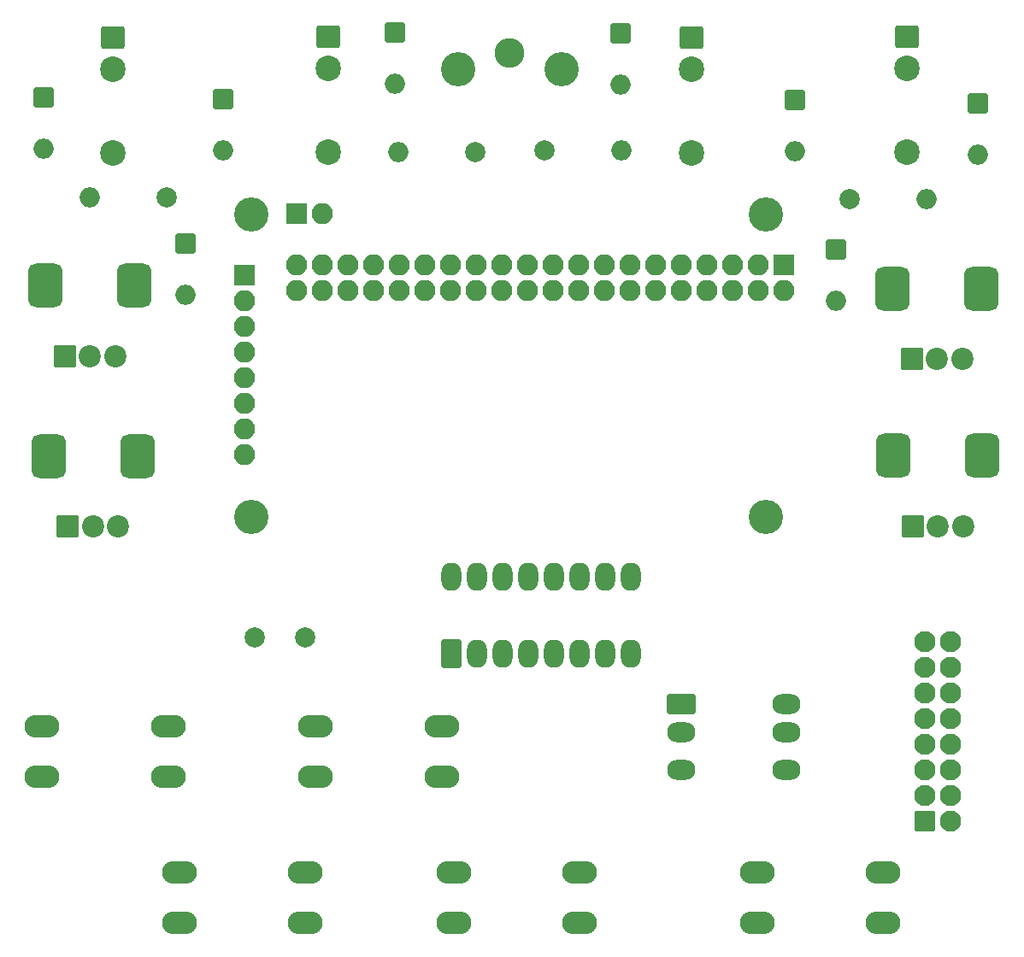
<source format=gbs>
G04 #@! TF.GenerationSoftware,KiCad,Pcbnew,8.0.5*
G04 #@! TF.CreationDate,2025-04-09T15:30:52+10:00*
G04 #@! TF.ProjectId,recurBOY,72656375-7242-44f5-992e-6b696361645f,v1_1_0*
G04 #@! TF.SameCoordinates,Original*
G04 #@! TF.FileFunction,Soldermask,Bot*
G04 #@! TF.FilePolarity,Negative*
%FSLAX46Y46*%
G04 Gerber Fmt 4.6, Leading zero omitted, Abs format (unit mm)*
G04 Created by KiCad (PCBNEW 8.0.5) date 2025-04-09 15:30:52*
%MOMM*%
%LPD*%
G01*
G04 APERTURE LIST*
G04 Aperture macros list*
%AMRoundRect*
0 Rectangle with rounded corners*
0 $1 Rounding radius*
0 $2 $3 $4 $5 $6 $7 $8 $9 X,Y pos of 4 corners*
0 Add a 4 corners polygon primitive as box body*
4,1,4,$2,$3,$4,$5,$6,$7,$8,$9,$2,$3,0*
0 Add four circle primitives for the rounded corners*
1,1,$1+$1,$2,$3*
1,1,$1+$1,$4,$5*
1,1,$1+$1,$6,$7*
1,1,$1+$1,$8,$9*
0 Add four rect primitives between the rounded corners*
20,1,$1+$1,$2,$3,$4,$5,0*
20,1,$1+$1,$4,$5,$6,$7,0*
20,1,$1+$1,$6,$7,$8,$9,0*
20,1,$1+$1,$8,$9,$2,$3,0*%
G04 Aperture macros list end*
%ADD10C,2.530000*%
%ADD11RoundRect,0.200000X0.965000X0.915000X-0.965000X0.915000X-0.965000X-0.915000X0.965000X-0.915000X0*%
%ADD12O,2.100000X2.100000*%
%ADD13RoundRect,0.200000X-0.850000X-0.850000X0.850000X-0.850000X0.850000X0.850000X-0.850000X0.850000X0*%
%ADD14C,3.400000*%
%ADD15RoundRect,0.200000X0.850000X-0.850000X0.850000X0.850000X-0.850000X0.850000X-0.850000X-0.850000X0*%
%ADD16RoundRect,0.200000X-0.850000X0.850000X-0.850000X-0.850000X0.850000X-0.850000X0.850000X0.850000X0*%
%ADD17RoundRect,0.200000X-1.200000X-0.800000X1.200000X-0.800000X1.200000X0.800000X-1.200000X0.800000X0*%
%ADD18O,2.800000X2.000000*%
%ADD19O,2.000000X2.000000*%
%ADD20C,2.000000*%
%ADD21C,2.200000*%
%ADD22RoundRect,0.200000X0.900000X-0.900000X0.900000X0.900000X-0.900000X0.900000X-0.900000X-0.900000X0*%
%ADD23RoundRect,0.850000X0.850000X-1.350000X0.850000X1.350000X-0.850000X1.350000X-0.850000X-1.350000X0*%
%ADD24RoundRect,0.200000X0.800000X-1.200000X0.800000X1.200000X-0.800000X1.200000X-0.800000X-1.200000X0*%
%ADD25O,2.000000X2.800000*%
%ADD26C,2.950000*%
%ADD27O,3.448000X2.250000*%
%ADD28C,2.100000*%
%ADD29RoundRect,0.308824X-0.741176X-0.741176X0.741176X-0.741176X0.741176X0.741176X-0.741176X0.741176X0*%
%ADD30RoundRect,0.200000X-0.800000X0.800000X-0.800000X-0.800000X0.800000X-0.800000X0.800000X0.800000X0*%
G04 APERTURE END LIST*
D10*
X115600000Y-41100000D03*
X115600000Y-49400000D03*
D11*
X115600000Y-38000000D03*
D10*
X136900000Y-41000000D03*
X136900000Y-49300000D03*
D11*
X136900000Y-37900000D03*
D10*
X172900000Y-41100000D03*
X172900000Y-49400000D03*
D11*
X172900000Y-38000000D03*
D10*
X194200000Y-41000000D03*
X194200000Y-49300000D03*
D11*
X194200000Y-37900000D03*
D12*
X128600000Y-79280000D03*
X128600000Y-76740000D03*
X128600000Y-74200000D03*
X128600000Y-71660000D03*
X128600000Y-69120000D03*
X128600000Y-66580000D03*
X128600000Y-64040000D03*
D13*
X128600000Y-61500000D03*
D14*
X180300000Y-85500000D03*
X180300000Y-55500000D03*
X129300000Y-85500000D03*
X129300000Y-55500000D03*
D12*
X136340000Y-55400000D03*
D15*
X133800000Y-55400000D03*
D12*
X133740000Y-63040000D03*
X133740000Y-60500000D03*
X136280000Y-63040000D03*
X136280000Y-60500000D03*
X138820000Y-63040000D03*
X138820000Y-60500000D03*
X141360000Y-63040000D03*
X141360000Y-60500000D03*
X143900000Y-63040000D03*
X143900000Y-60500000D03*
X146440000Y-63040000D03*
X146440000Y-60500000D03*
X148980000Y-63040000D03*
X148980000Y-60500000D03*
X151520000Y-63040000D03*
X151520000Y-60500000D03*
X154060000Y-63040000D03*
X154060000Y-60500000D03*
X156600000Y-63040000D03*
X156600000Y-60500000D03*
X159140000Y-63040000D03*
X159140000Y-60500000D03*
X161680000Y-63040000D03*
X161680000Y-60500000D03*
X164220000Y-63040000D03*
X164220000Y-60500000D03*
X166760000Y-63040000D03*
X166760000Y-60500000D03*
X169300000Y-63040000D03*
X169300000Y-60500000D03*
X171840000Y-63040000D03*
X171840000Y-60500000D03*
X174380000Y-63040000D03*
X174380000Y-60500000D03*
X176920000Y-63040000D03*
X176920000Y-60500000D03*
X179460000Y-63040000D03*
X179460000Y-60500000D03*
X182000000Y-63040000D03*
D16*
X182000000Y-60500000D03*
D17*
X171900000Y-104050000D03*
D18*
X171900000Y-106850000D03*
X171900000Y-110550000D03*
X182270000Y-104050000D03*
X182300000Y-106850000D03*
X182300000Y-110550000D03*
D19*
X113280000Y-53800000D03*
D20*
X120900000Y-53800000D03*
D19*
X143830000Y-49300000D03*
D20*
X151450000Y-49300000D03*
D19*
X165970000Y-49200000D03*
D20*
X158350000Y-49200000D03*
D19*
X196220000Y-54000000D03*
D20*
X188600000Y-54000000D03*
D21*
X115800000Y-69550000D03*
X113300000Y-69550000D03*
D22*
X110800000Y-69550000D03*
D23*
X117700000Y-62550000D03*
X108900000Y-62550000D03*
D21*
X116100000Y-86450000D03*
X113600000Y-86450000D03*
D22*
X111100000Y-86450000D03*
D23*
X118000000Y-79450000D03*
X109200000Y-79450000D03*
D21*
X199700000Y-69850000D03*
X197200000Y-69850000D03*
D22*
X194700000Y-69850000D03*
D23*
X201600000Y-62850000D03*
X192800000Y-62850000D03*
D21*
X199800000Y-86400000D03*
X197300000Y-86400000D03*
D22*
X194800000Y-86400000D03*
D23*
X201700000Y-79400000D03*
X192900000Y-79400000D03*
D24*
X149081250Y-99000000D03*
D25*
X151621250Y-99000000D03*
X154161250Y-99000000D03*
X156701250Y-99000000D03*
X159241250Y-99000000D03*
X161781250Y-99000000D03*
X164321250Y-99000000D03*
X166861250Y-99000000D03*
X166861250Y-91380000D03*
X164321250Y-91380000D03*
X161781250Y-91380000D03*
X159241250Y-91380000D03*
X156701250Y-91380000D03*
X154161250Y-91380000D03*
X151621250Y-91380000D03*
X149081250Y-91380000D03*
D14*
X160050000Y-41100000D03*
X149750000Y-41100000D03*
D26*
X154900000Y-39500000D03*
D27*
X191900000Y-125700000D03*
X179400000Y-125700000D03*
X191900000Y-120700000D03*
X179400000Y-120700000D03*
X121040000Y-111200000D03*
X108540000Y-111200000D03*
X121040000Y-106200000D03*
X108540000Y-106200000D03*
X134640000Y-125700000D03*
X122140000Y-125700000D03*
X134640000Y-120700000D03*
X122140000Y-120700000D03*
X148140000Y-111200000D03*
X135640000Y-111200000D03*
X148140000Y-106200000D03*
X135640000Y-106200000D03*
X161840000Y-125700000D03*
X149340000Y-125700000D03*
X161840000Y-120700000D03*
X149340000Y-120700000D03*
D28*
X198540000Y-97800000D03*
X196000000Y-97800000D03*
X198540000Y-100340000D03*
X196000000Y-100340000D03*
X198540000Y-102880000D03*
X196000000Y-102880000D03*
X198540000Y-105420000D03*
X196000000Y-105420000D03*
X198540000Y-107960000D03*
X196000000Y-107960000D03*
X198540000Y-110500000D03*
X196000000Y-110500000D03*
X198540000Y-113040000D03*
X196000000Y-113040000D03*
X198540000Y-115580000D03*
D29*
X196000000Y-115580000D03*
D19*
X187200000Y-64030000D03*
D30*
X187200000Y-58950000D03*
D19*
X201300000Y-49580000D03*
D30*
X201300000Y-44500000D03*
D19*
X183150000Y-49280000D03*
D30*
X183150000Y-44200000D03*
D19*
X165900000Y-42680000D03*
D30*
X165900000Y-37600000D03*
D19*
X126500000Y-49130000D03*
D30*
X126500000Y-44050000D03*
D19*
X143500000Y-42580000D03*
D30*
X143500000Y-37500000D03*
D19*
X122800000Y-63430000D03*
D30*
X122800000Y-58350000D03*
D19*
X108700000Y-48980000D03*
D30*
X108700000Y-43900000D03*
D20*
X129600000Y-97400000D03*
X134600000Y-97400000D03*
M02*

</source>
